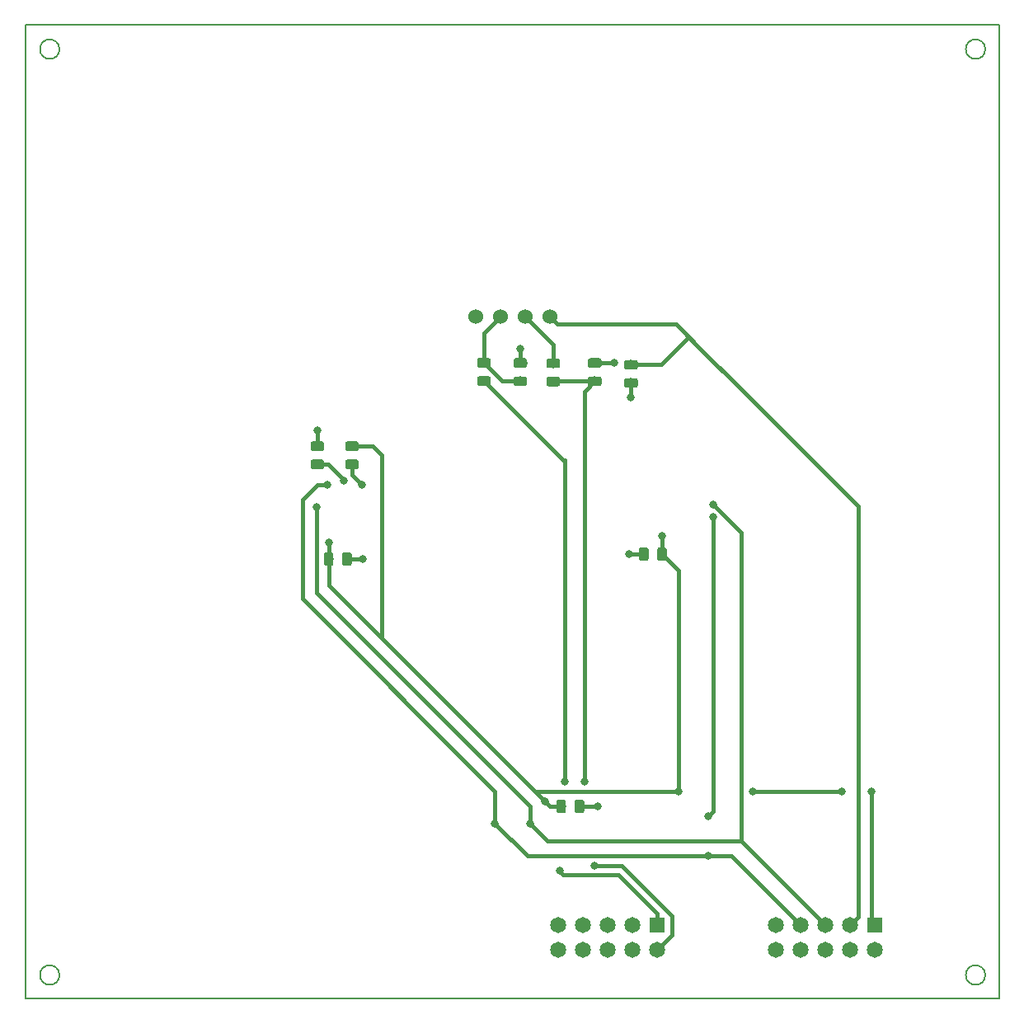
<source format=gbr>
%TF.GenerationSoftware,KiCad,Pcbnew,(5.0.0)*%
%TF.CreationDate,2020-03-23T14:28:17+01:00*%
%TF.ProjectId,Schaltplan_Modul4,536368616C74706C616E5F4D6F64756C,rev?*%
%TF.SameCoordinates,Original*%
%TF.FileFunction,Copper,L1,Top,Signal*%
%TF.FilePolarity,Positive*%
%FSLAX46Y46*%
G04 Gerber Fmt 4.6, Leading zero omitted, Abs format (unit mm)*
G04 Created by KiCad (PCBNEW (5.0.0)) date 03/23/20 14:28:17*
%MOMM*%
%LPD*%
G01*
G04 APERTURE LIST*
%TA.AperFunction,NonConductor*%
%ADD10C,0.200000*%
%TD*%
%TA.AperFunction,Conductor*%
%ADD11C,0.150000*%
%TD*%
%TA.AperFunction,SMDPad,CuDef*%
%ADD12C,0.975000*%
%TD*%
%TA.AperFunction,ComponentPad*%
%ADD13C,1.530000*%
%TD*%
%TA.AperFunction,ComponentPad*%
%ADD14R,1.650000X1.650000*%
%TD*%
%TA.AperFunction,ComponentPad*%
%ADD15C,1.650000*%
%TD*%
%TA.AperFunction,ViaPad*%
%ADD16C,0.800000*%
%TD*%
%TA.AperFunction,Conductor*%
%ADD17C,0.400000*%
%TD*%
G04 APERTURE END LIST*
D10*
X103500000Y-147576000D02*
G75*
G03X103500000Y-147576000I-1000000J0D01*
G01*
X198576000Y-147576000D02*
G75*
G03X198576000Y-147576000I-1000000J0D01*
G01*
X198576000Y-52500000D02*
G75*
G03X198576000Y-52500000I-1000000J0D01*
G01*
X103500000Y-52500000D02*
G75*
G03X103500000Y-52500000I-1000000J0D01*
G01*
X100000000Y-50000000D02*
X100000000Y-150000000D01*
X100000000Y-150000000D02*
X200000000Y-150000000D01*
X200000000Y-50000000D02*
X200000000Y-150000000D01*
X100000000Y-50000000D02*
X200000000Y-50000000D01*
D11*
%TO.N,Net-(AC1-Pad7)*%
%TO.C,R4*%
G36*
X130452142Y-94647174D02*
X130475803Y-94650684D01*
X130499007Y-94656496D01*
X130521529Y-94664554D01*
X130543153Y-94674782D01*
X130563670Y-94687079D01*
X130582883Y-94701329D01*
X130600607Y-94717393D01*
X130616671Y-94735117D01*
X130630921Y-94754330D01*
X130643218Y-94774847D01*
X130653446Y-94796471D01*
X130661504Y-94818993D01*
X130667316Y-94842197D01*
X130670826Y-94865858D01*
X130672000Y-94889750D01*
X130672000Y-95377250D01*
X130670826Y-95401142D01*
X130667316Y-95424803D01*
X130661504Y-95448007D01*
X130653446Y-95470529D01*
X130643218Y-95492153D01*
X130630921Y-95512670D01*
X130616671Y-95531883D01*
X130600607Y-95549607D01*
X130582883Y-95565671D01*
X130563670Y-95579921D01*
X130543153Y-95592218D01*
X130521529Y-95602446D01*
X130499007Y-95610504D01*
X130475803Y-95616316D01*
X130452142Y-95619826D01*
X130428250Y-95621000D01*
X129515750Y-95621000D01*
X129491858Y-95619826D01*
X129468197Y-95616316D01*
X129444993Y-95610504D01*
X129422471Y-95602446D01*
X129400847Y-95592218D01*
X129380330Y-95579921D01*
X129361117Y-95565671D01*
X129343393Y-95549607D01*
X129327329Y-95531883D01*
X129313079Y-95512670D01*
X129300782Y-95492153D01*
X129290554Y-95470529D01*
X129282496Y-95448007D01*
X129276684Y-95424803D01*
X129273174Y-95401142D01*
X129272000Y-95377250D01*
X129272000Y-94889750D01*
X129273174Y-94865858D01*
X129276684Y-94842197D01*
X129282496Y-94818993D01*
X129290554Y-94796471D01*
X129300782Y-94774847D01*
X129313079Y-94754330D01*
X129327329Y-94735117D01*
X129343393Y-94717393D01*
X129361117Y-94701329D01*
X129380330Y-94687079D01*
X129400847Y-94674782D01*
X129422471Y-94664554D01*
X129444993Y-94656496D01*
X129468197Y-94650684D01*
X129491858Y-94647174D01*
X129515750Y-94646000D01*
X130428250Y-94646000D01*
X130452142Y-94647174D01*
X130452142Y-94647174D01*
G37*
D12*
%TD*%
%TO.P,R4,1*%
%TO.N,Net-(AC1-Pad7)*%
X129972000Y-95133500D03*
D11*
%TO.N,GND*%
%TO.C,R4*%
G36*
X130452142Y-92772174D02*
X130475803Y-92775684D01*
X130499007Y-92781496D01*
X130521529Y-92789554D01*
X130543153Y-92799782D01*
X130563670Y-92812079D01*
X130582883Y-92826329D01*
X130600607Y-92842393D01*
X130616671Y-92860117D01*
X130630921Y-92879330D01*
X130643218Y-92899847D01*
X130653446Y-92921471D01*
X130661504Y-92943993D01*
X130667316Y-92967197D01*
X130670826Y-92990858D01*
X130672000Y-93014750D01*
X130672000Y-93502250D01*
X130670826Y-93526142D01*
X130667316Y-93549803D01*
X130661504Y-93573007D01*
X130653446Y-93595529D01*
X130643218Y-93617153D01*
X130630921Y-93637670D01*
X130616671Y-93656883D01*
X130600607Y-93674607D01*
X130582883Y-93690671D01*
X130563670Y-93704921D01*
X130543153Y-93717218D01*
X130521529Y-93727446D01*
X130499007Y-93735504D01*
X130475803Y-93741316D01*
X130452142Y-93744826D01*
X130428250Y-93746000D01*
X129515750Y-93746000D01*
X129491858Y-93744826D01*
X129468197Y-93741316D01*
X129444993Y-93735504D01*
X129422471Y-93727446D01*
X129400847Y-93717218D01*
X129380330Y-93704921D01*
X129361117Y-93690671D01*
X129343393Y-93674607D01*
X129327329Y-93656883D01*
X129313079Y-93637670D01*
X129300782Y-93617153D01*
X129290554Y-93595529D01*
X129282496Y-93573007D01*
X129276684Y-93549803D01*
X129273174Y-93526142D01*
X129272000Y-93502250D01*
X129272000Y-93014750D01*
X129273174Y-92990858D01*
X129276684Y-92967197D01*
X129282496Y-92943993D01*
X129290554Y-92921471D01*
X129300782Y-92899847D01*
X129313079Y-92879330D01*
X129327329Y-92860117D01*
X129343393Y-92842393D01*
X129361117Y-92826329D01*
X129380330Y-92812079D01*
X129400847Y-92799782D01*
X129422471Y-92789554D01*
X129444993Y-92781496D01*
X129468197Y-92775684D01*
X129491858Y-92772174D01*
X129515750Y-92771000D01*
X130428250Y-92771000D01*
X130452142Y-92772174D01*
X130452142Y-92772174D01*
G37*
D12*
%TD*%
%TO.P,R4,2*%
%TO.N,GND*%
X129972000Y-93258500D03*
D13*
%TO.P,J1,4*%
%TO.N,GND*%
X146228000Y-79972000D03*
%TO.P,J1,1*%
%TO.N,+5V*%
X153848000Y-79972000D03*
%TO.P,J1,2*%
%TO.N,Net-(J1-Pad2)*%
X151308000Y-79972000D03*
%TO.P,J1,3*%
%TO.N,Net-(C2-Pad1)*%
X148768000Y-79972000D03*
%TD*%
D11*
%TO.N,Net-(J1-Pad2)*%
%TO.C,R1*%
G36*
X154680142Y-84276174D02*
X154703803Y-84279684D01*
X154727007Y-84285496D01*
X154749529Y-84293554D01*
X154771153Y-84303782D01*
X154791670Y-84316079D01*
X154810883Y-84330329D01*
X154828607Y-84346393D01*
X154844671Y-84364117D01*
X154858921Y-84383330D01*
X154871218Y-84403847D01*
X154881446Y-84425471D01*
X154889504Y-84447993D01*
X154895316Y-84471197D01*
X154898826Y-84494858D01*
X154900000Y-84518750D01*
X154900000Y-85006250D01*
X154898826Y-85030142D01*
X154895316Y-85053803D01*
X154889504Y-85077007D01*
X154881446Y-85099529D01*
X154871218Y-85121153D01*
X154858921Y-85141670D01*
X154844671Y-85160883D01*
X154828607Y-85178607D01*
X154810883Y-85194671D01*
X154791670Y-85208921D01*
X154771153Y-85221218D01*
X154749529Y-85231446D01*
X154727007Y-85239504D01*
X154703803Y-85245316D01*
X154680142Y-85248826D01*
X154656250Y-85250000D01*
X153743750Y-85250000D01*
X153719858Y-85248826D01*
X153696197Y-85245316D01*
X153672993Y-85239504D01*
X153650471Y-85231446D01*
X153628847Y-85221218D01*
X153608330Y-85208921D01*
X153589117Y-85194671D01*
X153571393Y-85178607D01*
X153555329Y-85160883D01*
X153541079Y-85141670D01*
X153528782Y-85121153D01*
X153518554Y-85099529D01*
X153510496Y-85077007D01*
X153504684Y-85053803D01*
X153501174Y-85030142D01*
X153500000Y-85006250D01*
X153500000Y-84518750D01*
X153501174Y-84494858D01*
X153504684Y-84471197D01*
X153510496Y-84447993D01*
X153518554Y-84425471D01*
X153528782Y-84403847D01*
X153541079Y-84383330D01*
X153555329Y-84364117D01*
X153571393Y-84346393D01*
X153589117Y-84330329D01*
X153608330Y-84316079D01*
X153628847Y-84303782D01*
X153650471Y-84293554D01*
X153672993Y-84285496D01*
X153696197Y-84279684D01*
X153719858Y-84276174D01*
X153743750Y-84275000D01*
X154656250Y-84275000D01*
X154680142Y-84276174D01*
X154680142Y-84276174D01*
G37*
D12*
%TD*%
%TO.P,R1,2*%
%TO.N,Net-(J1-Pad2)*%
X154200000Y-84762500D03*
D11*
%TO.N,/IO27*%
%TO.C,R1*%
G36*
X154680142Y-86151174D02*
X154703803Y-86154684D01*
X154727007Y-86160496D01*
X154749529Y-86168554D01*
X154771153Y-86178782D01*
X154791670Y-86191079D01*
X154810883Y-86205329D01*
X154828607Y-86221393D01*
X154844671Y-86239117D01*
X154858921Y-86258330D01*
X154871218Y-86278847D01*
X154881446Y-86300471D01*
X154889504Y-86322993D01*
X154895316Y-86346197D01*
X154898826Y-86369858D01*
X154900000Y-86393750D01*
X154900000Y-86881250D01*
X154898826Y-86905142D01*
X154895316Y-86928803D01*
X154889504Y-86952007D01*
X154881446Y-86974529D01*
X154871218Y-86996153D01*
X154858921Y-87016670D01*
X154844671Y-87035883D01*
X154828607Y-87053607D01*
X154810883Y-87069671D01*
X154791670Y-87083921D01*
X154771153Y-87096218D01*
X154749529Y-87106446D01*
X154727007Y-87114504D01*
X154703803Y-87120316D01*
X154680142Y-87123826D01*
X154656250Y-87125000D01*
X153743750Y-87125000D01*
X153719858Y-87123826D01*
X153696197Y-87120316D01*
X153672993Y-87114504D01*
X153650471Y-87106446D01*
X153628847Y-87096218D01*
X153608330Y-87083921D01*
X153589117Y-87069671D01*
X153571393Y-87053607D01*
X153555329Y-87035883D01*
X153541079Y-87016670D01*
X153528782Y-86996153D01*
X153518554Y-86974529D01*
X153510496Y-86952007D01*
X153504684Y-86928803D01*
X153501174Y-86905142D01*
X153500000Y-86881250D01*
X153500000Y-86393750D01*
X153501174Y-86369858D01*
X153504684Y-86346197D01*
X153510496Y-86322993D01*
X153518554Y-86300471D01*
X153528782Y-86278847D01*
X153541079Y-86258330D01*
X153555329Y-86239117D01*
X153571393Y-86221393D01*
X153589117Y-86205329D01*
X153608330Y-86191079D01*
X153628847Y-86178782D01*
X153650471Y-86168554D01*
X153672993Y-86160496D01*
X153696197Y-86154684D01*
X153719858Y-86151174D01*
X153743750Y-86150000D01*
X154656250Y-86150000D01*
X154680142Y-86151174D01*
X154680142Y-86151174D01*
G37*
D12*
%TD*%
%TO.P,R1,1*%
%TO.N,/IO27*%
X154200000Y-86637500D03*
D11*
%TO.N,Net-(C2-Pad1)*%
%TO.C,R2*%
G36*
X147568142Y-84213674D02*
X147591803Y-84217184D01*
X147615007Y-84222996D01*
X147637529Y-84231054D01*
X147659153Y-84241282D01*
X147679670Y-84253579D01*
X147698883Y-84267829D01*
X147716607Y-84283893D01*
X147732671Y-84301617D01*
X147746921Y-84320830D01*
X147759218Y-84341347D01*
X147769446Y-84362971D01*
X147777504Y-84385493D01*
X147783316Y-84408697D01*
X147786826Y-84432358D01*
X147788000Y-84456250D01*
X147788000Y-84943750D01*
X147786826Y-84967642D01*
X147783316Y-84991303D01*
X147777504Y-85014507D01*
X147769446Y-85037029D01*
X147759218Y-85058653D01*
X147746921Y-85079170D01*
X147732671Y-85098383D01*
X147716607Y-85116107D01*
X147698883Y-85132171D01*
X147679670Y-85146421D01*
X147659153Y-85158718D01*
X147637529Y-85168946D01*
X147615007Y-85177004D01*
X147591803Y-85182816D01*
X147568142Y-85186326D01*
X147544250Y-85187500D01*
X146631750Y-85187500D01*
X146607858Y-85186326D01*
X146584197Y-85182816D01*
X146560993Y-85177004D01*
X146538471Y-85168946D01*
X146516847Y-85158718D01*
X146496330Y-85146421D01*
X146477117Y-85132171D01*
X146459393Y-85116107D01*
X146443329Y-85098383D01*
X146429079Y-85079170D01*
X146416782Y-85058653D01*
X146406554Y-85037029D01*
X146398496Y-85014507D01*
X146392684Y-84991303D01*
X146389174Y-84967642D01*
X146388000Y-84943750D01*
X146388000Y-84456250D01*
X146389174Y-84432358D01*
X146392684Y-84408697D01*
X146398496Y-84385493D01*
X146406554Y-84362971D01*
X146416782Y-84341347D01*
X146429079Y-84320830D01*
X146443329Y-84301617D01*
X146459393Y-84283893D01*
X146477117Y-84267829D01*
X146496330Y-84253579D01*
X146516847Y-84241282D01*
X146538471Y-84231054D01*
X146560993Y-84222996D01*
X146584197Y-84217184D01*
X146607858Y-84213674D01*
X146631750Y-84212500D01*
X147544250Y-84212500D01*
X147568142Y-84213674D01*
X147568142Y-84213674D01*
G37*
D12*
%TD*%
%TO.P,R2,2*%
%TO.N,Net-(C2-Pad1)*%
X147088000Y-84700000D03*
D11*
%TO.N,/IO14*%
%TO.C,R2*%
G36*
X147568142Y-86088674D02*
X147591803Y-86092184D01*
X147615007Y-86097996D01*
X147637529Y-86106054D01*
X147659153Y-86116282D01*
X147679670Y-86128579D01*
X147698883Y-86142829D01*
X147716607Y-86158893D01*
X147732671Y-86176617D01*
X147746921Y-86195830D01*
X147759218Y-86216347D01*
X147769446Y-86237971D01*
X147777504Y-86260493D01*
X147783316Y-86283697D01*
X147786826Y-86307358D01*
X147788000Y-86331250D01*
X147788000Y-86818750D01*
X147786826Y-86842642D01*
X147783316Y-86866303D01*
X147777504Y-86889507D01*
X147769446Y-86912029D01*
X147759218Y-86933653D01*
X147746921Y-86954170D01*
X147732671Y-86973383D01*
X147716607Y-86991107D01*
X147698883Y-87007171D01*
X147679670Y-87021421D01*
X147659153Y-87033718D01*
X147637529Y-87043946D01*
X147615007Y-87052004D01*
X147591803Y-87057816D01*
X147568142Y-87061326D01*
X147544250Y-87062500D01*
X146631750Y-87062500D01*
X146607858Y-87061326D01*
X146584197Y-87057816D01*
X146560993Y-87052004D01*
X146538471Y-87043946D01*
X146516847Y-87033718D01*
X146496330Y-87021421D01*
X146477117Y-87007171D01*
X146459393Y-86991107D01*
X146443329Y-86973383D01*
X146429079Y-86954170D01*
X146416782Y-86933653D01*
X146406554Y-86912029D01*
X146398496Y-86889507D01*
X146392684Y-86866303D01*
X146389174Y-86842642D01*
X146388000Y-86818750D01*
X146388000Y-86331250D01*
X146389174Y-86307358D01*
X146392684Y-86283697D01*
X146398496Y-86260493D01*
X146406554Y-86237971D01*
X146416782Y-86216347D01*
X146429079Y-86195830D01*
X146443329Y-86176617D01*
X146459393Y-86158893D01*
X146477117Y-86142829D01*
X146496330Y-86128579D01*
X146516847Y-86116282D01*
X146538471Y-86106054D01*
X146560993Y-86097996D01*
X146584197Y-86092184D01*
X146607858Y-86088674D01*
X146631750Y-86087500D01*
X147544250Y-86087500D01*
X147568142Y-86088674D01*
X147568142Y-86088674D01*
G37*
D12*
%TD*%
%TO.P,R2,1*%
%TO.N,/IO14*%
X147088000Y-86575000D03*
D11*
%TO.N,+5V*%
%TO.C,C1*%
G36*
X162672142Y-84413674D02*
X162695803Y-84417184D01*
X162719007Y-84422996D01*
X162741529Y-84431054D01*
X162763153Y-84441282D01*
X162783670Y-84453579D01*
X162802883Y-84467829D01*
X162820607Y-84483893D01*
X162836671Y-84501617D01*
X162850921Y-84520830D01*
X162863218Y-84541347D01*
X162873446Y-84562971D01*
X162881504Y-84585493D01*
X162887316Y-84608697D01*
X162890826Y-84632358D01*
X162892000Y-84656250D01*
X162892000Y-85143750D01*
X162890826Y-85167642D01*
X162887316Y-85191303D01*
X162881504Y-85214507D01*
X162873446Y-85237029D01*
X162863218Y-85258653D01*
X162850921Y-85279170D01*
X162836671Y-85298383D01*
X162820607Y-85316107D01*
X162802883Y-85332171D01*
X162783670Y-85346421D01*
X162763153Y-85358718D01*
X162741529Y-85368946D01*
X162719007Y-85377004D01*
X162695803Y-85382816D01*
X162672142Y-85386326D01*
X162648250Y-85387500D01*
X161735750Y-85387500D01*
X161711858Y-85386326D01*
X161688197Y-85382816D01*
X161664993Y-85377004D01*
X161642471Y-85368946D01*
X161620847Y-85358718D01*
X161600330Y-85346421D01*
X161581117Y-85332171D01*
X161563393Y-85316107D01*
X161547329Y-85298383D01*
X161533079Y-85279170D01*
X161520782Y-85258653D01*
X161510554Y-85237029D01*
X161502496Y-85214507D01*
X161496684Y-85191303D01*
X161493174Y-85167642D01*
X161492000Y-85143750D01*
X161492000Y-84656250D01*
X161493174Y-84632358D01*
X161496684Y-84608697D01*
X161502496Y-84585493D01*
X161510554Y-84562971D01*
X161520782Y-84541347D01*
X161533079Y-84520830D01*
X161547329Y-84501617D01*
X161563393Y-84483893D01*
X161581117Y-84467829D01*
X161600330Y-84453579D01*
X161620847Y-84441282D01*
X161642471Y-84431054D01*
X161664993Y-84422996D01*
X161688197Y-84417184D01*
X161711858Y-84413674D01*
X161735750Y-84412500D01*
X162648250Y-84412500D01*
X162672142Y-84413674D01*
X162672142Y-84413674D01*
G37*
D12*
%TD*%
%TO.P,C1,2*%
%TO.N,+5V*%
X162192000Y-84900000D03*
D11*
%TO.N,GND*%
%TO.C,C1*%
G36*
X162672142Y-86288674D02*
X162695803Y-86292184D01*
X162719007Y-86297996D01*
X162741529Y-86306054D01*
X162763153Y-86316282D01*
X162783670Y-86328579D01*
X162802883Y-86342829D01*
X162820607Y-86358893D01*
X162836671Y-86376617D01*
X162850921Y-86395830D01*
X162863218Y-86416347D01*
X162873446Y-86437971D01*
X162881504Y-86460493D01*
X162887316Y-86483697D01*
X162890826Y-86507358D01*
X162892000Y-86531250D01*
X162892000Y-87018750D01*
X162890826Y-87042642D01*
X162887316Y-87066303D01*
X162881504Y-87089507D01*
X162873446Y-87112029D01*
X162863218Y-87133653D01*
X162850921Y-87154170D01*
X162836671Y-87173383D01*
X162820607Y-87191107D01*
X162802883Y-87207171D01*
X162783670Y-87221421D01*
X162763153Y-87233718D01*
X162741529Y-87243946D01*
X162719007Y-87252004D01*
X162695803Y-87257816D01*
X162672142Y-87261326D01*
X162648250Y-87262500D01*
X161735750Y-87262500D01*
X161711858Y-87261326D01*
X161688197Y-87257816D01*
X161664993Y-87252004D01*
X161642471Y-87243946D01*
X161620847Y-87233718D01*
X161600330Y-87221421D01*
X161581117Y-87207171D01*
X161563393Y-87191107D01*
X161547329Y-87173383D01*
X161533079Y-87154170D01*
X161520782Y-87133653D01*
X161510554Y-87112029D01*
X161502496Y-87089507D01*
X161496684Y-87066303D01*
X161493174Y-87042642D01*
X161492000Y-87018750D01*
X161492000Y-86531250D01*
X161493174Y-86507358D01*
X161496684Y-86483697D01*
X161502496Y-86460493D01*
X161510554Y-86437971D01*
X161520782Y-86416347D01*
X161533079Y-86395830D01*
X161547329Y-86376617D01*
X161563393Y-86358893D01*
X161581117Y-86342829D01*
X161600330Y-86328579D01*
X161620847Y-86316282D01*
X161642471Y-86306054D01*
X161664993Y-86297996D01*
X161688197Y-86292184D01*
X161711858Y-86288674D01*
X161735750Y-86287500D01*
X162648250Y-86287500D01*
X162672142Y-86288674D01*
X162672142Y-86288674D01*
G37*
D12*
%TD*%
%TO.P,C1,1*%
%TO.N,GND*%
X162192000Y-86775000D03*
D11*
%TO.N,GND*%
%TO.C,C2*%
G36*
X151304142Y-84235174D02*
X151327803Y-84238684D01*
X151351007Y-84244496D01*
X151373529Y-84252554D01*
X151395153Y-84262782D01*
X151415670Y-84275079D01*
X151434883Y-84289329D01*
X151452607Y-84305393D01*
X151468671Y-84323117D01*
X151482921Y-84342330D01*
X151495218Y-84362847D01*
X151505446Y-84384471D01*
X151513504Y-84406993D01*
X151519316Y-84430197D01*
X151522826Y-84453858D01*
X151524000Y-84477750D01*
X151524000Y-84965250D01*
X151522826Y-84989142D01*
X151519316Y-85012803D01*
X151513504Y-85036007D01*
X151505446Y-85058529D01*
X151495218Y-85080153D01*
X151482921Y-85100670D01*
X151468671Y-85119883D01*
X151452607Y-85137607D01*
X151434883Y-85153671D01*
X151415670Y-85167921D01*
X151395153Y-85180218D01*
X151373529Y-85190446D01*
X151351007Y-85198504D01*
X151327803Y-85204316D01*
X151304142Y-85207826D01*
X151280250Y-85209000D01*
X150367750Y-85209000D01*
X150343858Y-85207826D01*
X150320197Y-85204316D01*
X150296993Y-85198504D01*
X150274471Y-85190446D01*
X150252847Y-85180218D01*
X150232330Y-85167921D01*
X150213117Y-85153671D01*
X150195393Y-85137607D01*
X150179329Y-85119883D01*
X150165079Y-85100670D01*
X150152782Y-85080153D01*
X150142554Y-85058529D01*
X150134496Y-85036007D01*
X150128684Y-85012803D01*
X150125174Y-84989142D01*
X150124000Y-84965250D01*
X150124000Y-84477750D01*
X150125174Y-84453858D01*
X150128684Y-84430197D01*
X150134496Y-84406993D01*
X150142554Y-84384471D01*
X150152782Y-84362847D01*
X150165079Y-84342330D01*
X150179329Y-84323117D01*
X150195393Y-84305393D01*
X150213117Y-84289329D01*
X150232330Y-84275079D01*
X150252847Y-84262782D01*
X150274471Y-84252554D01*
X150296993Y-84244496D01*
X150320197Y-84238684D01*
X150343858Y-84235174D01*
X150367750Y-84234000D01*
X151280250Y-84234000D01*
X151304142Y-84235174D01*
X151304142Y-84235174D01*
G37*
D12*
%TD*%
%TO.P,C2,2*%
%TO.N,GND*%
X150824000Y-84721500D03*
D11*
%TO.N,Net-(C2-Pad1)*%
%TO.C,C2*%
G36*
X151304142Y-86110174D02*
X151327803Y-86113684D01*
X151351007Y-86119496D01*
X151373529Y-86127554D01*
X151395153Y-86137782D01*
X151415670Y-86150079D01*
X151434883Y-86164329D01*
X151452607Y-86180393D01*
X151468671Y-86198117D01*
X151482921Y-86217330D01*
X151495218Y-86237847D01*
X151505446Y-86259471D01*
X151513504Y-86281993D01*
X151519316Y-86305197D01*
X151522826Y-86328858D01*
X151524000Y-86352750D01*
X151524000Y-86840250D01*
X151522826Y-86864142D01*
X151519316Y-86887803D01*
X151513504Y-86911007D01*
X151505446Y-86933529D01*
X151495218Y-86955153D01*
X151482921Y-86975670D01*
X151468671Y-86994883D01*
X151452607Y-87012607D01*
X151434883Y-87028671D01*
X151415670Y-87042921D01*
X151395153Y-87055218D01*
X151373529Y-87065446D01*
X151351007Y-87073504D01*
X151327803Y-87079316D01*
X151304142Y-87082826D01*
X151280250Y-87084000D01*
X150367750Y-87084000D01*
X150343858Y-87082826D01*
X150320197Y-87079316D01*
X150296993Y-87073504D01*
X150274471Y-87065446D01*
X150252847Y-87055218D01*
X150232330Y-87042921D01*
X150213117Y-87028671D01*
X150195393Y-87012607D01*
X150179329Y-86994883D01*
X150165079Y-86975670D01*
X150152782Y-86955153D01*
X150142554Y-86933529D01*
X150134496Y-86911007D01*
X150128684Y-86887803D01*
X150125174Y-86864142D01*
X150124000Y-86840250D01*
X150124000Y-86352750D01*
X150125174Y-86328858D01*
X150128684Y-86305197D01*
X150134496Y-86281993D01*
X150142554Y-86259471D01*
X150152782Y-86237847D01*
X150165079Y-86217330D01*
X150179329Y-86198117D01*
X150195393Y-86180393D01*
X150213117Y-86164329D01*
X150232330Y-86150079D01*
X150252847Y-86137782D01*
X150274471Y-86127554D01*
X150296993Y-86119496D01*
X150320197Y-86113684D01*
X150343858Y-86110174D01*
X150367750Y-86109000D01*
X151280250Y-86109000D01*
X151304142Y-86110174D01*
X151304142Y-86110174D01*
G37*
D12*
%TD*%
%TO.P,C2,1*%
%TO.N,Net-(C2-Pad1)*%
X150824000Y-86596500D03*
D11*
%TO.N,GND*%
%TO.C,C3*%
G36*
X158948142Y-84235174D02*
X158971803Y-84238684D01*
X158995007Y-84244496D01*
X159017529Y-84252554D01*
X159039153Y-84262782D01*
X159059670Y-84275079D01*
X159078883Y-84289329D01*
X159096607Y-84305393D01*
X159112671Y-84323117D01*
X159126921Y-84342330D01*
X159139218Y-84362847D01*
X159149446Y-84384471D01*
X159157504Y-84406993D01*
X159163316Y-84430197D01*
X159166826Y-84453858D01*
X159168000Y-84477750D01*
X159168000Y-84965250D01*
X159166826Y-84989142D01*
X159163316Y-85012803D01*
X159157504Y-85036007D01*
X159149446Y-85058529D01*
X159139218Y-85080153D01*
X159126921Y-85100670D01*
X159112671Y-85119883D01*
X159096607Y-85137607D01*
X159078883Y-85153671D01*
X159059670Y-85167921D01*
X159039153Y-85180218D01*
X159017529Y-85190446D01*
X158995007Y-85198504D01*
X158971803Y-85204316D01*
X158948142Y-85207826D01*
X158924250Y-85209000D01*
X158011750Y-85209000D01*
X157987858Y-85207826D01*
X157964197Y-85204316D01*
X157940993Y-85198504D01*
X157918471Y-85190446D01*
X157896847Y-85180218D01*
X157876330Y-85167921D01*
X157857117Y-85153671D01*
X157839393Y-85137607D01*
X157823329Y-85119883D01*
X157809079Y-85100670D01*
X157796782Y-85080153D01*
X157786554Y-85058529D01*
X157778496Y-85036007D01*
X157772684Y-85012803D01*
X157769174Y-84989142D01*
X157768000Y-84965250D01*
X157768000Y-84477750D01*
X157769174Y-84453858D01*
X157772684Y-84430197D01*
X157778496Y-84406993D01*
X157786554Y-84384471D01*
X157796782Y-84362847D01*
X157809079Y-84342330D01*
X157823329Y-84323117D01*
X157839393Y-84305393D01*
X157857117Y-84289329D01*
X157876330Y-84275079D01*
X157896847Y-84262782D01*
X157918471Y-84252554D01*
X157940993Y-84244496D01*
X157964197Y-84238684D01*
X157987858Y-84235174D01*
X158011750Y-84234000D01*
X158924250Y-84234000D01*
X158948142Y-84235174D01*
X158948142Y-84235174D01*
G37*
D12*
%TD*%
%TO.P,C3,2*%
%TO.N,GND*%
X158468000Y-84721500D03*
D11*
%TO.N,/IO27*%
%TO.C,C3*%
G36*
X158948142Y-86110174D02*
X158971803Y-86113684D01*
X158995007Y-86119496D01*
X159017529Y-86127554D01*
X159039153Y-86137782D01*
X159059670Y-86150079D01*
X159078883Y-86164329D01*
X159096607Y-86180393D01*
X159112671Y-86198117D01*
X159126921Y-86217330D01*
X159139218Y-86237847D01*
X159149446Y-86259471D01*
X159157504Y-86281993D01*
X159163316Y-86305197D01*
X159166826Y-86328858D01*
X159168000Y-86352750D01*
X159168000Y-86840250D01*
X159166826Y-86864142D01*
X159163316Y-86887803D01*
X159157504Y-86911007D01*
X159149446Y-86933529D01*
X159139218Y-86955153D01*
X159126921Y-86975670D01*
X159112671Y-86994883D01*
X159096607Y-87012607D01*
X159078883Y-87028671D01*
X159059670Y-87042921D01*
X159039153Y-87055218D01*
X159017529Y-87065446D01*
X158995007Y-87073504D01*
X158971803Y-87079316D01*
X158948142Y-87082826D01*
X158924250Y-87084000D01*
X158011750Y-87084000D01*
X157987858Y-87082826D01*
X157964197Y-87079316D01*
X157940993Y-87073504D01*
X157918471Y-87065446D01*
X157896847Y-87055218D01*
X157876330Y-87042921D01*
X157857117Y-87028671D01*
X157839393Y-87012607D01*
X157823329Y-86994883D01*
X157809079Y-86975670D01*
X157796782Y-86955153D01*
X157786554Y-86933529D01*
X157778496Y-86911007D01*
X157772684Y-86887803D01*
X157769174Y-86864142D01*
X157768000Y-86840250D01*
X157768000Y-86352750D01*
X157769174Y-86328858D01*
X157772684Y-86305197D01*
X157778496Y-86281993D01*
X157786554Y-86259471D01*
X157796782Y-86237847D01*
X157809079Y-86217330D01*
X157823329Y-86198117D01*
X157839393Y-86180393D01*
X157857117Y-86164329D01*
X157876330Y-86150079D01*
X157896847Y-86137782D01*
X157918471Y-86127554D01*
X157940993Y-86119496D01*
X157964197Y-86113684D01*
X157987858Y-86110174D01*
X158011750Y-86109000D01*
X158924250Y-86109000D01*
X158948142Y-86110174D01*
X158948142Y-86110174D01*
G37*
D12*
%TD*%
%TO.P,C3,1*%
%TO.N,/IO27*%
X158468000Y-86596500D03*
D11*
%TO.N,GND*%
%TO.C,C4*%
G36*
X157163642Y-129565174D02*
X157187303Y-129568684D01*
X157210507Y-129574496D01*
X157233029Y-129582554D01*
X157254653Y-129592782D01*
X157275170Y-129605079D01*
X157294383Y-129619329D01*
X157312107Y-129635393D01*
X157328171Y-129653117D01*
X157342421Y-129672330D01*
X157354718Y-129692847D01*
X157364946Y-129714471D01*
X157373004Y-129736993D01*
X157378816Y-129760197D01*
X157382326Y-129783858D01*
X157383500Y-129807750D01*
X157383500Y-130720250D01*
X157382326Y-130744142D01*
X157378816Y-130767803D01*
X157373004Y-130791007D01*
X157364946Y-130813529D01*
X157354718Y-130835153D01*
X157342421Y-130855670D01*
X157328171Y-130874883D01*
X157312107Y-130892607D01*
X157294383Y-130908671D01*
X157275170Y-130922921D01*
X157254653Y-130935218D01*
X157233029Y-130945446D01*
X157210507Y-130953504D01*
X157187303Y-130959316D01*
X157163642Y-130962826D01*
X157139750Y-130964000D01*
X156652250Y-130964000D01*
X156628358Y-130962826D01*
X156604697Y-130959316D01*
X156581493Y-130953504D01*
X156558971Y-130945446D01*
X156537347Y-130935218D01*
X156516830Y-130922921D01*
X156497617Y-130908671D01*
X156479893Y-130892607D01*
X156463829Y-130874883D01*
X156449579Y-130855670D01*
X156437282Y-130835153D01*
X156427054Y-130813529D01*
X156418996Y-130791007D01*
X156413184Y-130767803D01*
X156409674Y-130744142D01*
X156408500Y-130720250D01*
X156408500Y-129807750D01*
X156409674Y-129783858D01*
X156413184Y-129760197D01*
X156418996Y-129736993D01*
X156427054Y-129714471D01*
X156437282Y-129692847D01*
X156449579Y-129672330D01*
X156463829Y-129653117D01*
X156479893Y-129635393D01*
X156497617Y-129619329D01*
X156516830Y-129605079D01*
X156537347Y-129592782D01*
X156558971Y-129582554D01*
X156581493Y-129574496D01*
X156604697Y-129568684D01*
X156628358Y-129565174D01*
X156652250Y-129564000D01*
X157139750Y-129564000D01*
X157163642Y-129565174D01*
X157163642Y-129565174D01*
G37*
D12*
%TD*%
%TO.P,C4,2*%
%TO.N,GND*%
X156896000Y-130264000D03*
D11*
%TO.N,+3V3*%
%TO.C,C4*%
G36*
X155288642Y-129565174D02*
X155312303Y-129568684D01*
X155335507Y-129574496D01*
X155358029Y-129582554D01*
X155379653Y-129592782D01*
X155400170Y-129605079D01*
X155419383Y-129619329D01*
X155437107Y-129635393D01*
X155453171Y-129653117D01*
X155467421Y-129672330D01*
X155479718Y-129692847D01*
X155489946Y-129714471D01*
X155498004Y-129736993D01*
X155503816Y-129760197D01*
X155507326Y-129783858D01*
X155508500Y-129807750D01*
X155508500Y-130720250D01*
X155507326Y-130744142D01*
X155503816Y-130767803D01*
X155498004Y-130791007D01*
X155489946Y-130813529D01*
X155479718Y-130835153D01*
X155467421Y-130855670D01*
X155453171Y-130874883D01*
X155437107Y-130892607D01*
X155419383Y-130908671D01*
X155400170Y-130922921D01*
X155379653Y-130935218D01*
X155358029Y-130945446D01*
X155335507Y-130953504D01*
X155312303Y-130959316D01*
X155288642Y-130962826D01*
X155264750Y-130964000D01*
X154777250Y-130964000D01*
X154753358Y-130962826D01*
X154729697Y-130959316D01*
X154706493Y-130953504D01*
X154683971Y-130945446D01*
X154662347Y-130935218D01*
X154641830Y-130922921D01*
X154622617Y-130908671D01*
X154604893Y-130892607D01*
X154588829Y-130874883D01*
X154574579Y-130855670D01*
X154562282Y-130835153D01*
X154552054Y-130813529D01*
X154543996Y-130791007D01*
X154538184Y-130767803D01*
X154534674Y-130744142D01*
X154533500Y-130720250D01*
X154533500Y-129807750D01*
X154534674Y-129783858D01*
X154538184Y-129760197D01*
X154543996Y-129736993D01*
X154552054Y-129714471D01*
X154562282Y-129692847D01*
X154574579Y-129672330D01*
X154588829Y-129653117D01*
X154604893Y-129635393D01*
X154622617Y-129619329D01*
X154641830Y-129605079D01*
X154662347Y-129592782D01*
X154683971Y-129582554D01*
X154706493Y-129574496D01*
X154729697Y-129568684D01*
X154753358Y-129565174D01*
X154777250Y-129564000D01*
X155264750Y-129564000D01*
X155288642Y-129565174D01*
X155288642Y-129565174D01*
G37*
D12*
%TD*%
%TO.P,C4,1*%
%TO.N,+3V3*%
X155021000Y-130264000D03*
D11*
%TO.N,+3V3*%
%TO.C,C5*%
G36*
X165642642Y-103657174D02*
X165666303Y-103660684D01*
X165689507Y-103666496D01*
X165712029Y-103674554D01*
X165733653Y-103684782D01*
X165754170Y-103697079D01*
X165773383Y-103711329D01*
X165791107Y-103727393D01*
X165807171Y-103745117D01*
X165821421Y-103764330D01*
X165833718Y-103784847D01*
X165843946Y-103806471D01*
X165852004Y-103828993D01*
X165857816Y-103852197D01*
X165861326Y-103875858D01*
X165862500Y-103899750D01*
X165862500Y-104812250D01*
X165861326Y-104836142D01*
X165857816Y-104859803D01*
X165852004Y-104883007D01*
X165843946Y-104905529D01*
X165833718Y-104927153D01*
X165821421Y-104947670D01*
X165807171Y-104966883D01*
X165791107Y-104984607D01*
X165773383Y-105000671D01*
X165754170Y-105014921D01*
X165733653Y-105027218D01*
X165712029Y-105037446D01*
X165689507Y-105045504D01*
X165666303Y-105051316D01*
X165642642Y-105054826D01*
X165618750Y-105056000D01*
X165131250Y-105056000D01*
X165107358Y-105054826D01*
X165083697Y-105051316D01*
X165060493Y-105045504D01*
X165037971Y-105037446D01*
X165016347Y-105027218D01*
X164995830Y-105014921D01*
X164976617Y-105000671D01*
X164958893Y-104984607D01*
X164942829Y-104966883D01*
X164928579Y-104947670D01*
X164916282Y-104927153D01*
X164906054Y-104905529D01*
X164897996Y-104883007D01*
X164892184Y-104859803D01*
X164888674Y-104836142D01*
X164887500Y-104812250D01*
X164887500Y-103899750D01*
X164888674Y-103875858D01*
X164892184Y-103852197D01*
X164897996Y-103828993D01*
X164906054Y-103806471D01*
X164916282Y-103784847D01*
X164928579Y-103764330D01*
X164942829Y-103745117D01*
X164958893Y-103727393D01*
X164976617Y-103711329D01*
X164995830Y-103697079D01*
X165016347Y-103684782D01*
X165037971Y-103674554D01*
X165060493Y-103666496D01*
X165083697Y-103660684D01*
X165107358Y-103657174D01*
X165131250Y-103656000D01*
X165618750Y-103656000D01*
X165642642Y-103657174D01*
X165642642Y-103657174D01*
G37*
D12*
%TD*%
%TO.P,C5,2*%
%TO.N,+3V3*%
X165375000Y-104356000D03*
D11*
%TO.N,GND*%
%TO.C,C5*%
G36*
X163767642Y-103657174D02*
X163791303Y-103660684D01*
X163814507Y-103666496D01*
X163837029Y-103674554D01*
X163858653Y-103684782D01*
X163879170Y-103697079D01*
X163898383Y-103711329D01*
X163916107Y-103727393D01*
X163932171Y-103745117D01*
X163946421Y-103764330D01*
X163958718Y-103784847D01*
X163968946Y-103806471D01*
X163977004Y-103828993D01*
X163982816Y-103852197D01*
X163986326Y-103875858D01*
X163987500Y-103899750D01*
X163987500Y-104812250D01*
X163986326Y-104836142D01*
X163982816Y-104859803D01*
X163977004Y-104883007D01*
X163968946Y-104905529D01*
X163958718Y-104927153D01*
X163946421Y-104947670D01*
X163932171Y-104966883D01*
X163916107Y-104984607D01*
X163898383Y-105000671D01*
X163879170Y-105014921D01*
X163858653Y-105027218D01*
X163837029Y-105037446D01*
X163814507Y-105045504D01*
X163791303Y-105051316D01*
X163767642Y-105054826D01*
X163743750Y-105056000D01*
X163256250Y-105056000D01*
X163232358Y-105054826D01*
X163208697Y-105051316D01*
X163185493Y-105045504D01*
X163162971Y-105037446D01*
X163141347Y-105027218D01*
X163120830Y-105014921D01*
X163101617Y-105000671D01*
X163083893Y-104984607D01*
X163067829Y-104966883D01*
X163053579Y-104947670D01*
X163041282Y-104927153D01*
X163031054Y-104905529D01*
X163022996Y-104883007D01*
X163017184Y-104859803D01*
X163013674Y-104836142D01*
X163012500Y-104812250D01*
X163012500Y-103899750D01*
X163013674Y-103875858D01*
X163017184Y-103852197D01*
X163022996Y-103828993D01*
X163031054Y-103806471D01*
X163041282Y-103784847D01*
X163053579Y-103764330D01*
X163067829Y-103745117D01*
X163083893Y-103727393D01*
X163101617Y-103711329D01*
X163120830Y-103697079D01*
X163141347Y-103684782D01*
X163162971Y-103674554D01*
X163185493Y-103666496D01*
X163208697Y-103660684D01*
X163232358Y-103657174D01*
X163256250Y-103656000D01*
X163743750Y-103656000D01*
X163767642Y-103657174D01*
X163767642Y-103657174D01*
G37*
D12*
%TD*%
%TO.P,C5,1*%
%TO.N,GND*%
X163500000Y-104356000D03*
D11*
%TO.N,GND*%
%TO.C,C6*%
G36*
X133287642Y-104165174D02*
X133311303Y-104168684D01*
X133334507Y-104174496D01*
X133357029Y-104182554D01*
X133378653Y-104192782D01*
X133399170Y-104205079D01*
X133418383Y-104219329D01*
X133436107Y-104235393D01*
X133452171Y-104253117D01*
X133466421Y-104272330D01*
X133478718Y-104292847D01*
X133488946Y-104314471D01*
X133497004Y-104336993D01*
X133502816Y-104360197D01*
X133506326Y-104383858D01*
X133507500Y-104407750D01*
X133507500Y-105320250D01*
X133506326Y-105344142D01*
X133502816Y-105367803D01*
X133497004Y-105391007D01*
X133488946Y-105413529D01*
X133478718Y-105435153D01*
X133466421Y-105455670D01*
X133452171Y-105474883D01*
X133436107Y-105492607D01*
X133418383Y-105508671D01*
X133399170Y-105522921D01*
X133378653Y-105535218D01*
X133357029Y-105545446D01*
X133334507Y-105553504D01*
X133311303Y-105559316D01*
X133287642Y-105562826D01*
X133263750Y-105564000D01*
X132776250Y-105564000D01*
X132752358Y-105562826D01*
X132728697Y-105559316D01*
X132705493Y-105553504D01*
X132682971Y-105545446D01*
X132661347Y-105535218D01*
X132640830Y-105522921D01*
X132621617Y-105508671D01*
X132603893Y-105492607D01*
X132587829Y-105474883D01*
X132573579Y-105455670D01*
X132561282Y-105435153D01*
X132551054Y-105413529D01*
X132542996Y-105391007D01*
X132537184Y-105367803D01*
X132533674Y-105344142D01*
X132532500Y-105320250D01*
X132532500Y-104407750D01*
X132533674Y-104383858D01*
X132537184Y-104360197D01*
X132542996Y-104336993D01*
X132551054Y-104314471D01*
X132561282Y-104292847D01*
X132573579Y-104272330D01*
X132587829Y-104253117D01*
X132603893Y-104235393D01*
X132621617Y-104219329D01*
X132640830Y-104205079D01*
X132661347Y-104192782D01*
X132682971Y-104182554D01*
X132705493Y-104174496D01*
X132728697Y-104168684D01*
X132752358Y-104165174D01*
X132776250Y-104164000D01*
X133263750Y-104164000D01*
X133287642Y-104165174D01*
X133287642Y-104165174D01*
G37*
D12*
%TD*%
%TO.P,C6,2*%
%TO.N,GND*%
X133020000Y-104864000D03*
D11*
%TO.N,+3V3*%
%TO.C,C6*%
G36*
X131412642Y-104165174D02*
X131436303Y-104168684D01*
X131459507Y-104174496D01*
X131482029Y-104182554D01*
X131503653Y-104192782D01*
X131524170Y-104205079D01*
X131543383Y-104219329D01*
X131561107Y-104235393D01*
X131577171Y-104253117D01*
X131591421Y-104272330D01*
X131603718Y-104292847D01*
X131613946Y-104314471D01*
X131622004Y-104336993D01*
X131627816Y-104360197D01*
X131631326Y-104383858D01*
X131632500Y-104407750D01*
X131632500Y-105320250D01*
X131631326Y-105344142D01*
X131627816Y-105367803D01*
X131622004Y-105391007D01*
X131613946Y-105413529D01*
X131603718Y-105435153D01*
X131591421Y-105455670D01*
X131577171Y-105474883D01*
X131561107Y-105492607D01*
X131543383Y-105508671D01*
X131524170Y-105522921D01*
X131503653Y-105535218D01*
X131482029Y-105545446D01*
X131459507Y-105553504D01*
X131436303Y-105559316D01*
X131412642Y-105562826D01*
X131388750Y-105564000D01*
X130901250Y-105564000D01*
X130877358Y-105562826D01*
X130853697Y-105559316D01*
X130830493Y-105553504D01*
X130807971Y-105545446D01*
X130786347Y-105535218D01*
X130765830Y-105522921D01*
X130746617Y-105508671D01*
X130728893Y-105492607D01*
X130712829Y-105474883D01*
X130698579Y-105455670D01*
X130686282Y-105435153D01*
X130676054Y-105413529D01*
X130667996Y-105391007D01*
X130662184Y-105367803D01*
X130658674Y-105344142D01*
X130657500Y-105320250D01*
X130657500Y-104407750D01*
X130658674Y-104383858D01*
X130662184Y-104360197D01*
X130667996Y-104336993D01*
X130676054Y-104314471D01*
X130686282Y-104292847D01*
X130698579Y-104272330D01*
X130712829Y-104253117D01*
X130728893Y-104235393D01*
X130746617Y-104219329D01*
X130765830Y-104205079D01*
X130786347Y-104192782D01*
X130807971Y-104182554D01*
X130830493Y-104174496D01*
X130853697Y-104168684D01*
X130877358Y-104165174D01*
X130901250Y-104164000D01*
X131388750Y-104164000D01*
X131412642Y-104165174D01*
X131412642Y-104165174D01*
G37*
D12*
%TD*%
%TO.P,C6,1*%
%TO.N,+3V3*%
X131145000Y-104864000D03*
D14*
%TO.P,J4,1*%
%TO.N,+3V3*%
X187216000Y-142456000D03*
D15*
%TO.P,J4,2*%
%TO.N,GND*%
X187216000Y-144996000D03*
%TO.P,J4,3*%
%TO.N,+5V*%
X184676000Y-142456000D03*
%TO.P,J4,4*%
%TO.N,/VSPI_CLK*%
X184676000Y-144996000D03*
%TO.P,J4,5*%
%TO.N,/SCL*%
X182136000Y-142456000D03*
%TO.P,J4,6*%
%TO.N,/VSPI_MOSI*%
X182136000Y-144996000D03*
%TO.P,J4,7*%
%TO.N,/SDA*%
X179596000Y-142456000D03*
%TO.P,J4,8*%
%TO.N,/VSPI_MISO*%
X179596000Y-144996000D03*
%TO.P,J4,9*%
%TO.N,Net-(J4-Pad9)*%
X177056000Y-142456000D03*
%TO.P,J4,10*%
%TO.N,/VSPI_CS*%
X177056000Y-144996000D03*
%TD*%
D14*
%TO.P,J5,1*%
%TO.N,/IO14*%
X164864000Y-142456000D03*
D15*
%TO.P,J5,2*%
%TO.N,/IO27*%
X164864000Y-144996000D03*
%TO.P,J5,3*%
%TO.N,N/C*%
X162324000Y-142456000D03*
%TO.P,J5,4*%
X162324000Y-144996000D03*
%TO.P,J5,5*%
X159784000Y-142456000D03*
%TO.P,J5,6*%
X159784000Y-144996000D03*
%TO.P,J5,7*%
X157244000Y-142456000D03*
%TO.P,J5,8*%
X157244000Y-144996000D03*
%TO.P,J5,9*%
X154704000Y-142456000D03*
%TO.P,J5,10*%
X154704000Y-144996000D03*
%TD*%
D11*
%TO.N,+3V3*%
%TO.C,R3*%
G36*
X134008142Y-92772174D02*
X134031803Y-92775684D01*
X134055007Y-92781496D01*
X134077529Y-92789554D01*
X134099153Y-92799782D01*
X134119670Y-92812079D01*
X134138883Y-92826329D01*
X134156607Y-92842393D01*
X134172671Y-92860117D01*
X134186921Y-92879330D01*
X134199218Y-92899847D01*
X134209446Y-92921471D01*
X134217504Y-92943993D01*
X134223316Y-92967197D01*
X134226826Y-92990858D01*
X134228000Y-93014750D01*
X134228000Y-93502250D01*
X134226826Y-93526142D01*
X134223316Y-93549803D01*
X134217504Y-93573007D01*
X134209446Y-93595529D01*
X134199218Y-93617153D01*
X134186921Y-93637670D01*
X134172671Y-93656883D01*
X134156607Y-93674607D01*
X134138883Y-93690671D01*
X134119670Y-93704921D01*
X134099153Y-93717218D01*
X134077529Y-93727446D01*
X134055007Y-93735504D01*
X134031803Y-93741316D01*
X134008142Y-93744826D01*
X133984250Y-93746000D01*
X133071750Y-93746000D01*
X133047858Y-93744826D01*
X133024197Y-93741316D01*
X133000993Y-93735504D01*
X132978471Y-93727446D01*
X132956847Y-93717218D01*
X132936330Y-93704921D01*
X132917117Y-93690671D01*
X132899393Y-93674607D01*
X132883329Y-93656883D01*
X132869079Y-93637670D01*
X132856782Y-93617153D01*
X132846554Y-93595529D01*
X132838496Y-93573007D01*
X132832684Y-93549803D01*
X132829174Y-93526142D01*
X132828000Y-93502250D01*
X132828000Y-93014750D01*
X132829174Y-92990858D01*
X132832684Y-92967197D01*
X132838496Y-92943993D01*
X132846554Y-92921471D01*
X132856782Y-92899847D01*
X132869079Y-92879330D01*
X132883329Y-92860117D01*
X132899393Y-92842393D01*
X132917117Y-92826329D01*
X132936330Y-92812079D01*
X132956847Y-92799782D01*
X132978471Y-92789554D01*
X133000993Y-92781496D01*
X133024197Y-92775684D01*
X133047858Y-92772174D01*
X133071750Y-92771000D01*
X133984250Y-92771000D01*
X134008142Y-92772174D01*
X134008142Y-92772174D01*
G37*
D12*
%TD*%
%TO.P,R3,2*%
%TO.N,+3V3*%
X133528000Y-93258500D03*
D11*
%TO.N,Net-(AC1-Pad8)*%
%TO.C,R3*%
G36*
X134008142Y-94647174D02*
X134031803Y-94650684D01*
X134055007Y-94656496D01*
X134077529Y-94664554D01*
X134099153Y-94674782D01*
X134119670Y-94687079D01*
X134138883Y-94701329D01*
X134156607Y-94717393D01*
X134172671Y-94735117D01*
X134186921Y-94754330D01*
X134199218Y-94774847D01*
X134209446Y-94796471D01*
X134217504Y-94818993D01*
X134223316Y-94842197D01*
X134226826Y-94865858D01*
X134228000Y-94889750D01*
X134228000Y-95377250D01*
X134226826Y-95401142D01*
X134223316Y-95424803D01*
X134217504Y-95448007D01*
X134209446Y-95470529D01*
X134199218Y-95492153D01*
X134186921Y-95512670D01*
X134172671Y-95531883D01*
X134156607Y-95549607D01*
X134138883Y-95565671D01*
X134119670Y-95579921D01*
X134099153Y-95592218D01*
X134077529Y-95602446D01*
X134055007Y-95610504D01*
X134031803Y-95616316D01*
X134008142Y-95619826D01*
X133984250Y-95621000D01*
X133071750Y-95621000D01*
X133047858Y-95619826D01*
X133024197Y-95616316D01*
X133000993Y-95610504D01*
X132978471Y-95602446D01*
X132956847Y-95592218D01*
X132936330Y-95579921D01*
X132917117Y-95565671D01*
X132899393Y-95549607D01*
X132883329Y-95531883D01*
X132869079Y-95512670D01*
X132856782Y-95492153D01*
X132846554Y-95470529D01*
X132838496Y-95448007D01*
X132832684Y-95424803D01*
X132829174Y-95401142D01*
X132828000Y-95377250D01*
X132828000Y-94889750D01*
X132829174Y-94865858D01*
X132832684Y-94842197D01*
X132838496Y-94818993D01*
X132846554Y-94796471D01*
X132856782Y-94774847D01*
X132869079Y-94754330D01*
X132883329Y-94735117D01*
X132899393Y-94717393D01*
X132917117Y-94701329D01*
X132936330Y-94687079D01*
X132956847Y-94674782D01*
X132978471Y-94664554D01*
X133000993Y-94656496D01*
X133024197Y-94650684D01*
X133047858Y-94647174D01*
X133071750Y-94646000D01*
X133984250Y-94646000D01*
X134008142Y-94647174D01*
X134008142Y-94647174D01*
G37*
D12*
%TD*%
%TO.P,R3,1*%
%TO.N,Net-(AC1-Pad8)*%
X133528000Y-95133500D03*
D16*
%TO.N,GND*%
X160500000Y-84721500D03*
X162192000Y-88299000D03*
X161976000Y-104356000D03*
X158736000Y-130264000D03*
X134644000Y-104864000D03*
X150824000Y-83224000D03*
X129972000Y-91656000D03*
%TO.N,/IO27*%
X158420000Y-136360000D03*
X157404000Y-127724000D03*
%TO.N,/IO14*%
X154864000Y-136868000D03*
X155372000Y-127724000D03*
%TO.N,+3V3*%
X186868000Y-128740000D03*
X165375000Y-102481000D03*
X131145000Y-103183000D03*
X153340000Y-129756000D03*
X174676000Y-128740000D03*
X167056000Y-128740000D03*
X183820000Y-128740000D03*
%TO.N,/SDA*%
X170591920Y-100535840D03*
X130988000Y-97244000D03*
X170094080Y-131270080D03*
X170104000Y-135344000D03*
X148225000Y-132007000D03*
%TO.N,/SCL*%
X170591920Y-99235840D03*
X129895000Y-99480000D03*
X151795000Y-132021000D03*
%TO.N,Net-(AC1-Pad7)*%
X132700000Y-96800000D03*
%TO.N,Net-(AC1-Pad8)*%
X134541000Y-97247000D03*
%TD*%
D17*
%TO.N,Net-(J1-Pad2)*%
X151288000Y-79992000D02*
X151308000Y-79972000D01*
X154200000Y-82864000D02*
X151308000Y-79972000D01*
X154200000Y-84762500D02*
X154200000Y-82864000D01*
%TO.N,Net-(C2-Pad1)*%
X148984500Y-86596500D02*
X147088000Y-84700000D01*
X150824000Y-86596500D02*
X148984500Y-86596500D01*
X147088000Y-81652000D02*
X148768000Y-79972000D01*
X147088000Y-84700000D02*
X147088000Y-81652000D01*
%TO.N,GND*%
X151280000Y-84692000D02*
X151288000Y-84700000D01*
X162192000Y-86775000D02*
X162192000Y-88299000D01*
X160500000Y-84721500D02*
X158468000Y-84721500D01*
X162192000Y-88299000D02*
X162192000Y-88299000D01*
X163324000Y-104356000D02*
X161976000Y-104356000D01*
X156896000Y-130264000D02*
X158736000Y-130264000D01*
X133020000Y-104864000D02*
X134644000Y-104864000D01*
X150824000Y-84721500D02*
X150824000Y-83224000D01*
X150824000Y-83224000D02*
X150824000Y-83224000D01*
X129972000Y-93258500D02*
X129972000Y-91656000D01*
X129972000Y-91656000D02*
X129972000Y-91656000D01*
%TO.N,+5V*%
X154612999Y-80736999D02*
X166804999Y-80736999D01*
X153848000Y-79972000D02*
X154612999Y-80736999D01*
X166804999Y-80736999D02*
X167660748Y-81592748D01*
X185500999Y-99432999D02*
X174676000Y-88608000D01*
X185500999Y-141631001D02*
X185500999Y-99432999D01*
X184676000Y-142456000D02*
X185500999Y-141631001D01*
X174676000Y-88608000D02*
X168120374Y-82052374D01*
X168120374Y-82052374D02*
X167660748Y-81592748D01*
X167660748Y-81592748D02*
X168580000Y-82512000D01*
X167929992Y-82242756D02*
X168120374Y-82052374D01*
X165272748Y-84900000D02*
X167929992Y-82242756D01*
X162192000Y-84900000D02*
X165272748Y-84900000D01*
%TO.N,/IO27*%
X158420000Y-136360000D02*
X158420000Y-136360000D01*
X166388000Y-141519998D02*
X166388000Y-143472000D01*
X161228002Y-136360000D02*
X166388000Y-141519998D01*
X158420000Y-136360000D02*
X161228002Y-136360000D01*
X164864000Y-144996000D02*
X166388000Y-143472000D01*
X154241000Y-86596500D02*
X154200000Y-86637500D01*
X158468000Y-86596500D02*
X154241000Y-86596500D01*
X157404000Y-87660500D02*
X158468000Y-86596500D01*
X157404000Y-127724000D02*
X157404000Y-87660500D01*
%TO.N,/IO14*%
X154864000Y-136868000D02*
X154864000Y-136868000D01*
X155372000Y-127724000D02*
X155372000Y-94704000D01*
X155263999Y-137267999D02*
X154864000Y-136868000D01*
X160900999Y-137267999D02*
X155263999Y-137267999D01*
X164864000Y-141231000D02*
X160900999Y-137267999D01*
X164864000Y-142456000D02*
X164864000Y-141231000D01*
X155217000Y-94704000D02*
X147088000Y-86575000D01*
X155372000Y-94704000D02*
X155217000Y-94704000D01*
%TO.N,+3V3*%
X165375000Y-104356000D02*
X165375000Y-102989000D01*
X165375000Y-102481000D02*
X165375000Y-102481000D01*
X131145000Y-104356000D02*
X131145000Y-103183000D01*
X131145000Y-103183000D02*
X131145000Y-103183000D01*
X155021000Y-130264000D02*
X153848000Y-130264000D01*
X153848000Y-130264000D02*
X153848000Y-130264000D01*
X165375000Y-102989000D02*
X165375000Y-102481000D01*
X131145000Y-104864000D02*
X131145000Y-107561000D01*
X174676000Y-128740000D02*
X174676000Y-128740000D01*
X167056000Y-128740000D02*
X152324000Y-128740000D01*
X152324000Y-128740000D02*
X153848000Y-130264000D01*
X167056000Y-106037000D02*
X165375000Y-104356000D01*
X167056000Y-128740000D02*
X167056000Y-106037000D01*
X136576000Y-112992000D02*
X136576000Y-94196000D01*
X136576000Y-112992000D02*
X152324000Y-128740000D01*
X131145000Y-107561000D02*
X136576000Y-112992000D01*
X135638500Y-93258500D02*
X136576000Y-94196000D01*
X133528000Y-93258500D02*
X135638500Y-93258500D01*
X174676000Y-128740000D02*
X183820000Y-128740000D01*
X183820000Y-128740000D02*
X183820000Y-128740000D01*
X186868000Y-142108000D02*
X187216000Y-142456000D01*
X186868000Y-128740000D02*
X186868000Y-142108000D01*
%TO.N,/SDA*%
X148225000Y-128705000D02*
X128448000Y-108928000D01*
X128448000Y-108928000D02*
X128448000Y-98768000D01*
X128448000Y-98768000D02*
X129972000Y-97244000D01*
X129972000Y-97244000D02*
X129975000Y-97247000D01*
X172484000Y-135344000D02*
X179596000Y-142456000D01*
X148225000Y-132007000D02*
X151562000Y-135344000D01*
X151562000Y-135344000D02*
X170104000Y-135344000D01*
X170094080Y-131270080D02*
X170094080Y-131270080D01*
X170104000Y-135344000D02*
X172484000Y-135344000D01*
X170591920Y-130772240D02*
X170094080Y-131270080D01*
X170591920Y-100535840D02*
X170591920Y-130772240D01*
X148225000Y-132007000D02*
X148225000Y-128705000D01*
X130988000Y-97244000D02*
X129972000Y-97244000D01*
%TO.N,/SCL*%
X153594000Y-133820000D02*
X151795000Y-132021000D01*
X129895000Y-108343000D02*
X129895000Y-99480000D01*
X151795000Y-132021000D02*
X151795000Y-130243000D01*
X151795000Y-130243000D02*
X129895000Y-108343000D01*
X173500000Y-133820000D02*
X182136000Y-142456000D01*
X153594000Y-133820000D02*
X173500000Y-133820000D01*
X173500000Y-102143920D02*
X170591920Y-99235840D01*
X173500000Y-133820000D02*
X173500000Y-102143920D01*
%TO.N,Net-(AC1-Pad7)*%
X131133500Y-95133500D02*
X129972000Y-95133500D01*
X132700000Y-96700000D02*
X131133500Y-95133500D01*
%TO.N,Net-(AC1-Pad8)*%
X133528000Y-96234000D02*
X134541000Y-97247000D01*
X133528000Y-95133500D02*
X133528000Y-96234000D01*
%TD*%
M02*

</source>
